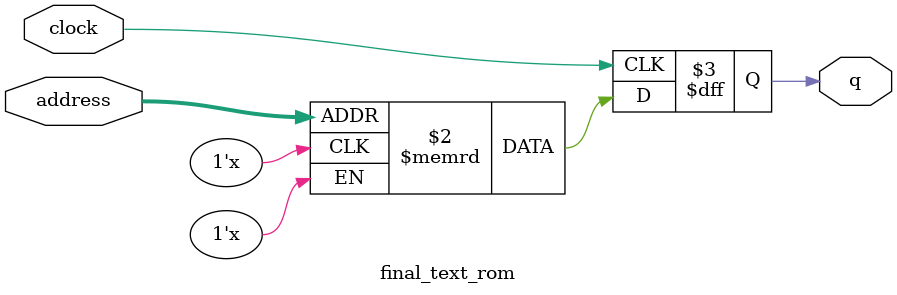
<source format=sv>
module final_text_rom (
	input logic clock,
	input logic [12:0] address,
	output logic [0:0] q
);

logic [0:0] memory [0:7799] /* synthesis ram_init_file = "./final_text/final_text.mif" */;

always_ff @ (posedge clock) begin
	q <= memory[address];
end

endmodule

</source>
